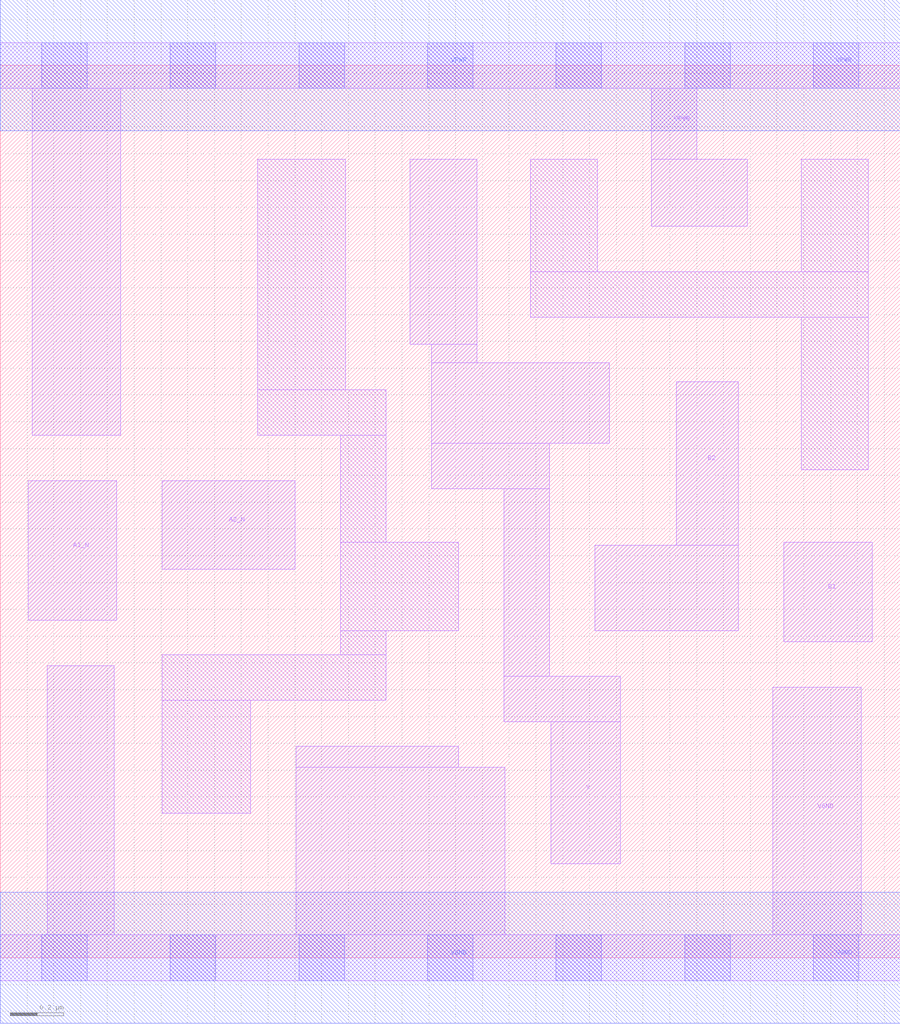
<source format=lef>
# Copyright 2020 The SkyWater PDK Authors
#
# Licensed under the Apache License, Version 2.0 (the "License");
# you may not use this file except in compliance with the License.
# You may obtain a copy of the License at
#
#     https://www.apache.org/licenses/LICENSE-2.0
#
# Unless required by applicable law or agreed to in writing, software
# distributed under the License is distributed on an "AS IS" BASIS,
# WITHOUT WARRANTIES OR CONDITIONS OF ANY KIND, either express or implied.
# See the License for the specific language governing permissions and
# limitations under the License.
#
# SPDX-License-Identifier: Apache-2.0

VERSION 5.7 ;
  NAMESCASESENSITIVE ON ;
  NOWIREEXTENSIONATPIN ON ;
  DIVIDERCHAR "/" ;
  BUSBITCHARS "[]" ;
UNITS
  DATABASE MICRONS 200 ;
END UNITS
MACRO sky130_fd_sc_hs__a2bb2oi_1
  CLASS CORE ;
  SOURCE USER ;
  FOREIGN sky130_fd_sc_hs__a2bb2oi_1 ;
  ORIGIN  0.000000  0.000000 ;
  SIZE  3.360000 BY  3.330000 ;
  SYMMETRY X Y ;
  SITE unit ;
  PIN A1_N
    ANTENNAGATEAREA  0.232500 ;
    DIRECTION INPUT ;
    USE SIGNAL ;
    PORT
      LAYER li1 ;
        RECT 0.105000 1.260000 0.435000 1.780000 ;
    END
  END A1_N
  PIN A2_N
    ANTENNAGATEAREA  0.232500 ;
    DIRECTION INPUT ;
    USE SIGNAL ;
    PORT
      LAYER li1 ;
        RECT 0.605000 1.450000 1.100000 1.780000 ;
    END
  END A2_N
  PIN B1
    ANTENNAGATEAREA  0.279000 ;
    DIRECTION INPUT ;
    USE SIGNAL ;
    PORT
      LAYER li1 ;
        RECT 2.925000 1.180000 3.255000 1.550000 ;
    END
  END B1
  PIN B2
    ANTENNAGATEAREA  0.279000 ;
    DIRECTION INPUT ;
    USE SIGNAL ;
    PORT
      LAYER li1 ;
        RECT 2.220000 1.220000 2.755000 1.540000 ;
        RECT 2.525000 1.540000 2.755000 2.150000 ;
    END
  END B2
  PIN Y
    ANTENNADIFFAREA  0.515200 ;
    DIRECTION OUTPUT ;
    USE SIGNAL ;
    PORT
      LAYER li1 ;
        RECT 1.530000 2.290000 1.780000 2.980000 ;
        RECT 1.610000 1.750000 2.050000 1.920000 ;
        RECT 1.610000 1.920000 2.275000 2.220000 ;
        RECT 1.610000 2.220000 1.780000 2.290000 ;
        RECT 1.880000 0.880000 2.315000 1.050000 ;
        RECT 1.880000 1.050000 2.050000 1.750000 ;
        RECT 2.055000 0.350000 2.315000 0.880000 ;
    END
  END Y
  PIN VGND
    DIRECTION INOUT ;
    USE GROUND ;
    PORT
      LAYER li1 ;
        RECT 0.000000 -0.085000 3.360000 0.085000 ;
        RECT 0.175000  0.085000 0.425000 1.090000 ;
        RECT 1.105000  0.085000 1.885000 0.710000 ;
        RECT 1.105000  0.710000 1.710000 0.790000 ;
        RECT 2.885000  0.085000 3.215000 1.010000 ;
      LAYER mcon ;
        RECT 0.155000 -0.085000 0.325000 0.085000 ;
        RECT 0.635000 -0.085000 0.805000 0.085000 ;
        RECT 1.115000 -0.085000 1.285000 0.085000 ;
        RECT 1.595000 -0.085000 1.765000 0.085000 ;
        RECT 2.075000 -0.085000 2.245000 0.085000 ;
        RECT 2.555000 -0.085000 2.725000 0.085000 ;
        RECT 3.035000 -0.085000 3.205000 0.085000 ;
      LAYER met1 ;
        RECT 0.000000 -0.245000 3.360000 0.245000 ;
    END
  END VGND
  PIN VPWR
    DIRECTION INOUT ;
    USE POWER ;
    PORT
      LAYER li1 ;
        RECT 0.000000 3.245000 3.360000 3.415000 ;
        RECT 0.120000 1.950000 0.450000 3.245000 ;
        RECT 2.430000 2.730000 2.790000 2.980000 ;
        RECT 2.430000 2.980000 2.600000 3.245000 ;
      LAYER mcon ;
        RECT 0.155000 3.245000 0.325000 3.415000 ;
        RECT 0.635000 3.245000 0.805000 3.415000 ;
        RECT 1.115000 3.245000 1.285000 3.415000 ;
        RECT 1.595000 3.245000 1.765000 3.415000 ;
        RECT 2.075000 3.245000 2.245000 3.415000 ;
        RECT 2.555000 3.245000 2.725000 3.415000 ;
        RECT 3.035000 3.245000 3.205000 3.415000 ;
      LAYER met1 ;
        RECT 0.000000 3.085000 3.360000 3.575000 ;
    END
  END VPWR
  OBS
    LAYER li1 ;
      RECT 0.605000 0.540000 0.935000 0.960000 ;
      RECT 0.605000 0.960000 1.440000 1.130000 ;
      RECT 0.960000 1.950000 1.440000 2.120000 ;
      RECT 0.960000 2.120000 1.290000 2.980000 ;
      RECT 1.270000 1.130000 1.440000 1.220000 ;
      RECT 1.270000 1.220000 1.710000 1.550000 ;
      RECT 1.270000 1.550000 1.440000 1.950000 ;
      RECT 1.980000 2.390000 3.240000 2.560000 ;
      RECT 1.980000 2.560000 2.230000 2.980000 ;
      RECT 2.990000 1.820000 3.240000 2.390000 ;
      RECT 2.990000 2.560000 3.240000 2.980000 ;
  END
END sky130_fd_sc_hs__a2bb2oi_1

</source>
